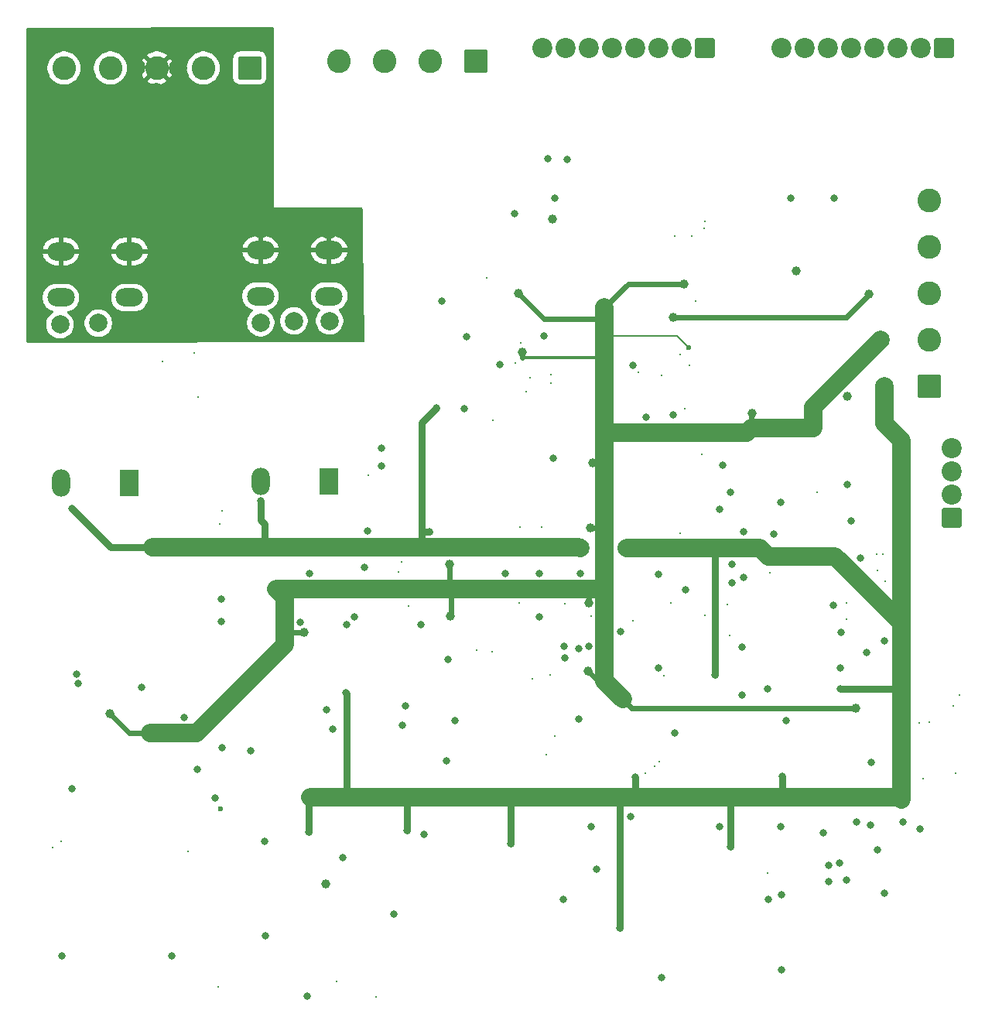
<source format=gbr>
%TF.GenerationSoftware,KiCad,Pcbnew,9.0.7-9.0.7~ubuntu24.04.1*%
%TF.CreationDate,2026-01-30T18:11:09-03:00*%
%TF.ProjectId,Main board,4d61696e-2062-46f6-9172-642e6b696361,1*%
%TF.SameCoordinates,Original*%
%TF.FileFunction,Copper,L3,Inr*%
%TF.FilePolarity,Positive*%
%FSLAX46Y46*%
G04 Gerber Fmt 4.6, Leading zero omitted, Abs format (unit mm)*
G04 Created by KiCad (PCBNEW 9.0.7-9.0.7~ubuntu24.04.1) date 2026-01-30 18:11:09*
%MOMM*%
%LPD*%
G01*
G04 APERTURE LIST*
G04 Aperture macros list*
%AMRoundRect*
0 Rectangle with rounded corners*
0 $1 Rounding radius*
0 $2 $3 $4 $5 $6 $7 $8 $9 X,Y pos of 4 corners*
0 Add a 4 corners polygon primitive as box body*
4,1,4,$2,$3,$4,$5,$6,$7,$8,$9,$2,$3,0*
0 Add four circle primitives for the rounded corners*
1,1,$1+$1,$2,$3*
1,1,$1+$1,$4,$5*
1,1,$1+$1,$6,$7*
1,1,$1+$1,$8,$9*
0 Add four rect primitives between the rounded corners*
20,1,$1+$1,$2,$3,$4,$5,0*
20,1,$1+$1,$4,$5,$6,$7,0*
20,1,$1+$1,$6,$7,$8,$9,0*
20,1,$1+$1,$8,$9,$2,$3,0*%
G04 Aperture macros list end*
%TA.AperFunction,ComponentPad*%
%ADD10O,3.000000X2.000000*%
%TD*%
%TA.AperFunction,ComponentPad*%
%ADD11R,2.000000X3.000000*%
%TD*%
%TA.AperFunction,ComponentPad*%
%ADD12O,2.000000X3.000000*%
%TD*%
%TA.AperFunction,ComponentPad*%
%ADD13RoundRect,0.249999X0.850001X0.850001X-0.850001X0.850001X-0.850001X-0.850001X0.850001X-0.850001X0*%
%TD*%
%TA.AperFunction,ComponentPad*%
%ADD14C,2.200000*%
%TD*%
%TA.AperFunction,ComponentPad*%
%ADD15RoundRect,0.249999X0.850001X-0.850001X0.850001X0.850001X-0.850001X0.850001X-0.850001X-0.850001X0*%
%TD*%
%TA.AperFunction,ComponentPad*%
%ADD16RoundRect,0.250000X1.050000X1.050000X-1.050000X1.050000X-1.050000X-1.050000X1.050000X-1.050000X0*%
%TD*%
%TA.AperFunction,ComponentPad*%
%ADD17C,2.600000*%
%TD*%
%TA.AperFunction,ComponentPad*%
%ADD18RoundRect,0.250000X1.050000X-1.050000X1.050000X1.050000X-1.050000X1.050000X-1.050000X-1.050000X0*%
%TD*%
%TA.AperFunction,ViaPad*%
%ADD19C,0.800000*%
%TD*%
%TA.AperFunction,ViaPad*%
%ADD20C,2.000000*%
%TD*%
%TA.AperFunction,ViaPad*%
%ADD21C,0.300000*%
%TD*%
%TA.AperFunction,ViaPad*%
%ADD22C,1.000000*%
%TD*%
%TA.AperFunction,ViaPad*%
%ADD23C,0.600000*%
%TD*%
%TA.AperFunction,Conductor*%
%ADD24C,2.000000*%
%TD*%
%TA.AperFunction,Conductor*%
%ADD25C,0.800000*%
%TD*%
%TA.AperFunction,Conductor*%
%ADD26C,0.300000*%
%TD*%
%TA.AperFunction,Conductor*%
%ADD27C,0.600000*%
%TD*%
%TA.AperFunction,Conductor*%
%ADD28C,0.200000*%
%TD*%
G04 APERTURE END LIST*
D10*
%TO.N,/power selector/P_SOLAR_I*%
%TO.C,K701*%
X56700000Y-65875000D03*
%TO.N,/power selector/P_MAIN_O*%
X56700000Y-60835000D03*
%TO.N,/power selector/P_SOLAR_I*%
X49200000Y-65875000D03*
%TO.N,/power selector/P_MAIN_O*%
X49200000Y-60835000D03*
D11*
%TO.N,/power selector/C_COIL_SOL*%
X56700000Y-86175000D03*
D12*
%TO.N,+9V*%
X49200000Y-86175000D03*
%TD*%
D13*
%TO.N,/solar array deployment/C_PANEL_CLOSE_BTN_I*%
%TO.C,J108*%
X97850000Y-38705000D03*
D14*
%TO.N,GND*%
X95310000Y-38705000D03*
%TO.N,/solar array deployment/C_PANEL_OPEEN_BTN_I*%
X92770000Y-38705000D03*
%TO.N,GND*%
X90230000Y-38705000D03*
%TO.N,/solar array verification/A_PANEL_CLOSE_SENSOR_I*%
X87690000Y-38705000D03*
%TO.N,GND*%
X85150000Y-38705000D03*
%TO.N,/solar array verification/A_PANEL_OPEN_SENSOR_I*%
X82610000Y-38705000D03*
%TO.N,GND*%
X80070000Y-38705000D03*
%TD*%
D13*
%TO.N,/active filter/A_LDR_N_I*%
%TO.C,J101*%
X123985000Y-38705000D03*
D14*
%TO.N,GND*%
X121445000Y-38705000D03*
%TO.N,/active filter/A_LDR_E_I*%
X118905000Y-38705000D03*
%TO.N,GND*%
X116365000Y-38705000D03*
%TO.N,/active filter/A_LDR_S_I*%
X113825000Y-38705000D03*
%TO.N,GND*%
X111285000Y-38705000D03*
%TO.N,/active filter/A_LDR_W_I*%
X108745000Y-38705000D03*
%TO.N,GND*%
X106205000Y-38705000D03*
%TD*%
D15*
%TO.N,/thermal control/A_HTAS_I*%
%TO.C,J109*%
X124783711Y-90151799D03*
D14*
%TO.N,GND*%
X124783711Y-87611799D03*
%TO.N,/thermal control/A_LTHC_I*%
X124783711Y-85071799D03*
%TO.N,GND*%
X124783711Y-82531799D03*
%TD*%
D10*
%TO.N,/power selector/P_BATTERY_I*%
%TO.C,K702*%
X34850000Y-66025000D03*
%TO.N,/power selector/P_MAIN_O*%
X34850000Y-60985000D03*
%TO.N,/power selector/P_BATTERY_I*%
X27350000Y-66025000D03*
%TO.N,/power selector/P_MAIN_O*%
X27350000Y-60985000D03*
D11*
%TO.N,/power selector/C_COIL_BATT*%
X34850000Y-86325000D03*
D12*
%TO.N,+9V*%
X27350000Y-86325000D03*
%TD*%
D16*
%TO.N,/thermal control/A_LTHC_O*%
%TO.C,J110*%
X72750000Y-40202500D03*
D17*
%TO.N,GND*%
X67750000Y-40202500D03*
%TO.N,/solar array deployment/S_SERVO_SIGNAL_O*%
X62750000Y-40202500D03*
%TO.N,GND*%
X57750000Y-40202500D03*
%TD*%
D18*
%TO.N,+9V*%
%TO.C,J103*%
X122350000Y-75725000D03*
D17*
%TO.N,+9VA*%
X122350000Y-70645000D03*
%TO.N,-9VA*%
X122350000Y-65565000D03*
%TO.N,GND*%
X122350000Y-60485000D03*
X122350000Y-55405000D03*
%TD*%
D16*
%TO.N,/power selector/P_SOLAR_I*%
%TO.C,J105*%
X48010000Y-40907500D03*
D17*
%TO.N,GND*%
X42930000Y-40907500D03*
%TO.N,/power selector/P_MAIN_O*%
X37850000Y-40907500D03*
%TO.N,GND*%
X32770000Y-40907500D03*
%TO.N,/power selector/P_BATTERY_I*%
X27690000Y-40907500D03*
%TD*%
D19*
%TO.N,+9V*%
X98950000Y-107325000D03*
D20*
X117450000Y-75725000D03*
D19*
X49250000Y-88275000D03*
X68450000Y-78075000D03*
X58500000Y-109225000D03*
X67700000Y-91675000D03*
X90200000Y-118475000D03*
X49650000Y-90775000D03*
X88500000Y-135025000D03*
X28550000Y-89075000D03*
X54500000Y-124525000D03*
X65250000Y-124325000D03*
X76550000Y-125775000D03*
X100600000Y-126075000D03*
X106300000Y-118375000D03*
X112650000Y-108825000D03*
D20*
X89250000Y-93426000D03*
X84150000Y-93425000D03*
D19*
%TO.N,/solar array verification/A_IN+_STP_CLS*%
X106142000Y-88425000D03*
X69700000Y-105575000D03*
%TO.N,/active filter/A_LDR_N_O*%
X29200000Y-108225000D03*
X79700000Y-96175000D03*
%TO.N,/active filter/A_LDR_E_O*%
X84209281Y-96175000D03*
X29065564Y-107209436D03*
%TO.N,/active filter/A_LDR_W_O*%
X53500000Y-101575000D03*
X88550000Y-102575000D03*
%TO.N,/active filter/A_IN-_W*%
X56400000Y-111125000D03*
X57100000Y-113201000D03*
%TO.N,/active filter/A_LDR_S_O*%
X58650000Y-101775000D03*
X79700000Y-100974000D03*
%TO.N,/thermal control/L_HTAS*%
X110750000Y-124575000D03*
X106700000Y-112275000D03*
%TO.N,/thermal control/A_HTAS_O*%
X112600000Y-106575000D03*
X111853000Y-99675000D03*
X115913186Y-123756814D03*
X81238652Y-83580000D03*
X102049000Y-91625000D03*
%TO.N,/thermal control/A_LTHC_O*%
X81400000Y-55175000D03*
X117500000Y-103544425D03*
X111950000Y-55175000D03*
X107200000Y-55175000D03*
X113375668Y-86457377D03*
%TO.N,/thermal control/L_LTHC*%
X115500000Y-104825000D03*
X121350000Y-124125000D03*
%TO.N,/solar eclipse/L_ECLIPSE*%
X86000000Y-128525000D03*
X70450000Y-112325000D03*
D21*
%TO.N,/solar eclipse/C_ECLIPSE_O*%
X125700000Y-109475000D03*
X92300000Y-117275000D03*
X78950000Y-107725000D03*
X80850000Y-107275000D03*
D19*
%TO.N,/solar eclipse/L_LIGHT_N*%
X94550000Y-113625000D03*
X89700000Y-122825000D03*
D21*
%TO.N,/solar eclipse/C_LIGHT_N_O*%
X125250000Y-118025000D03*
X91300000Y-118025000D03*
X77550000Y-91175000D03*
X79950000Y-91175000D03*
%TO.N,/solar eclipse/C_LIGHT_E_O*%
X121300000Y-112575000D03*
X95100000Y-91825000D03*
X121700000Y-118625000D03*
X104650000Y-128975000D03*
D19*
%TO.N,/solar eclipse/L_LIGHT_E*%
X104750000Y-131825000D03*
X104650000Y-108825000D03*
%TO.N,/solar eclipse/L_LIGHT_S*%
X65062500Y-110675000D03*
X93100000Y-140425000D03*
D21*
%TO.N,/solar eclipse/C_LIGHT_S_O*%
X92850000Y-116775000D03*
X82450000Y-99525000D03*
X125000000Y-110725000D03*
X77500000Y-99425000D03*
D19*
%TO.N,/solar eclipse/L_LIGHT_W*%
X64700000Y-112775000D03*
X82300000Y-131875000D03*
D21*
%TO.N,/solar eclipse/C_LIGHT_W_O*%
X89900000Y-101375000D03*
X85350000Y-100875000D03*
X80450000Y-116025000D03*
X122400000Y-112475000D03*
D22*
%TO.N,/solar array deployment/S_SERVO_SIGNAL_O*%
X81172860Y-57404222D03*
X107845000Y-63125000D03*
D19*
%TO.N,/solar array deployment/L_PANEL_OPEN*%
X48150000Y-115625000D03*
X49700000Y-135825000D03*
D21*
%TO.N,/solar array deployment/C_PANEL_OPEN_LATCH_O*%
X97850000Y-100775000D03*
X95100000Y-72275000D03*
X72800000Y-104575000D03*
X65350000Y-99775000D03*
X74550000Y-104775000D03*
X77100000Y-73225000D03*
X57500000Y-140825000D03*
X78250000Y-76325000D03*
X94050000Y-99475000D03*
D19*
%TO.N,/solar array deployment/L_PANEL_CLOSE*%
X69550000Y-116725000D03*
X63800000Y-133475000D03*
D21*
%TO.N,/solar array deployment/C_PANEL_CLOSE_LATCH_O*%
X100250000Y-99625000D03*
X81000000Y-74425000D03*
X110050000Y-87325000D03*
X93350000Y-107425000D03*
X93100000Y-74525000D03*
X81350000Y-113975000D03*
X90500000Y-74175000D03*
X113300000Y-101175000D03*
%TO.N,/solar array verification/C_TR_555*%
X64650000Y-94975000D03*
X77700000Y-71025000D03*
D19*
%TO.N,/solar array verification/A_STP_OPN_O*%
X91350000Y-79125000D03*
X54550000Y-96175000D03*
%TO.N,/solar array verification/L_ALARM*%
X54300000Y-142425000D03*
X44950000Y-115225000D03*
D21*
%TO.N,/solar array verification/C_PANEL_FAILURE_O*%
X97500000Y-83175000D03*
X117550000Y-97025000D03*
X61800000Y-142525000D03*
X95650000Y-78225000D03*
%TO.N,/power selector/C_SOLAR_SELECT*%
X117300000Y-94075000D03*
X73950000Y-63875000D03*
X61000000Y-85475000D03*
X42350000Y-76875000D03*
X44600000Y-141425000D03*
%TO.N,/power selector/C_BATT_SELECT*%
X44950000Y-89325000D03*
X116671418Y-95903583D03*
X44737500Y-90775000D03*
X27400000Y-125475000D03*
D19*
%TO.N,/active filter/A_LDR_S_I*%
X42300000Y-117675000D03*
%TO.N,/active filter/A_LDR_N_I*%
X36200000Y-108625000D03*
%TO.N,/active filter/A_LDR_W_I*%
X58150000Y-127275000D03*
%TO.N,/active filter/A_LDR_E_I*%
X40825000Y-111925000D03*
D21*
%TO.N,/solar array verification/C_PANEL_CLOSED_O*%
X116650000Y-94075000D03*
X78700000Y-74825000D03*
%TO.N,/solar array verification/C_PANEL_OPEN_O*%
X81000000Y-75425000D03*
X113300000Y-99475000D03*
X96350000Y-59275000D03*
X94550000Y-59275000D03*
D20*
%TO.N,/power selector/P_BATTERY_I*%
X31450000Y-68825000D03*
D21*
X41280331Y-126605331D03*
D20*
X27250000Y-68975000D03*
D21*
X38450000Y-73025000D03*
D20*
%TO.N,/power selector/P_MAIN_O*%
X52950000Y-58675000D03*
X31450000Y-58775000D03*
X40150000Y-40925000D03*
X56700000Y-58625000D03*
X35550000Y-40875000D03*
X37750000Y-43525000D03*
X27400000Y-58525000D03*
X49250000Y-58575000D03*
D21*
%TO.N,/power selector/P_SOLAR_I*%
X41900000Y-72075000D03*
D20*
X56750000Y-68575000D03*
X49200000Y-68775000D03*
X52850000Y-68575000D03*
D21*
X26400000Y-126175000D03*
D19*
%TO.N,/solar array verification/A_PANEL_CLOSE_SENSOR_I*%
X82750000Y-50925000D03*
X80200000Y-70225000D03*
D21*
%TO.N,/solar array deployment/C_PANEL_OPEEN_BTN_I*%
X104950000Y-96125000D03*
X97750000Y-58425000D03*
%TO.N,/solar array deployment/C_PANEL_CLOSE_BTN_I*%
X97850000Y-57725000D03*
X100500000Y-103025000D03*
D19*
%TO.N,/solar array verification/A_PANEL_OPEN_SENSOR_I*%
X76950000Y-56825000D03*
X80600000Y-50875000D03*
%TO.N,/solar array verification/A_RST_SET_2*%
X62450000Y-82475000D03*
X62400000Y-84475000D03*
D21*
%TO.N,/solar array verification/C_R_555*%
X74612500Y-79475000D03*
X64250000Y-96025000D03*
D19*
%TO.N,/thermal control/A_BIAS_LTHC_1*%
X116047849Y-116900000D03*
X119500000Y-123425000D03*
%TO.N,/solar array deployment/A_BASE_OPN*%
X100750000Y-95225000D03*
X100800000Y-97275000D03*
%TO.N,/solar array deployment/A_BASE_CLS*%
X95700000Y-97975000D03*
X99400000Y-89175000D03*
%TO.N,/thermal control/A_BIAS_LTHC_2*%
X116700000Y-126475000D03*
X114450000Y-123425000D03*
%TO.N,/thermal control/A_SETPOINT_LTHC*%
X117450000Y-131225000D03*
X102049000Y-96650000D03*
X100649441Y-87360000D03*
X112750000Y-102625000D03*
%TO.N,/solar eclipse/A_FEEDBACK_U403A*%
X92700000Y-106526000D03*
X82450000Y-105425000D03*
%TO.N,/thermal control/A_BIAS_HTAS_2*%
X113300000Y-129725000D03*
X112545604Y-127920604D03*
%TO.N,/thermal control/A_BIAS_HTAS_1*%
X111400000Y-128125000D03*
X111400000Y-129875000D03*
%TO.N,/solar array verification/A_IN-_ASL*%
X60550000Y-95525000D03*
X94350000Y-78825000D03*
X60900000Y-91525000D03*
X59456407Y-100975000D03*
%TO.N,/solar array verification/A_RST_SET_1*%
X75350000Y-73375000D03*
X71500000Y-78225000D03*
%TO.N,/solar array verification/A_IN-_STP_CLS*%
X114797793Y-94527207D03*
X105350000Y-91875000D03*
X113850000Y-90475000D03*
X66722549Y-101775000D03*
%TO.N,/power selector/A_SETPOINT_BATTERY*%
X71700000Y-70325000D03*
X49621469Y-125525000D03*
%TO.N,/solar eclipse/A_SETPOINT_LDR_N*%
X85350000Y-123925000D03*
X75950000Y-96175000D03*
X44900000Y-101425000D03*
X44900000Y-98975000D03*
%TO.N,/solar eclipse/A_SETPOINT_LDR_S*%
X82399000Y-104175000D03*
X84051000Y-112125000D03*
%TO.N,/solar eclipse/A_SETPOINT_LDR_W*%
X101850000Y-109475000D03*
X85150000Y-104175000D03*
X101850000Y-104275000D03*
X99400000Y-123925000D03*
D23*
%TO.N,/power selector/A_SETPOINT_SOLAR*%
X44850000Y-121975000D03*
D19*
X69050000Y-66425000D03*
D21*
%TO.N,/solar array deployment/C_PWM_FREQ_LEVEL*%
X96800000Y-66425000D03*
X96150000Y-73475000D03*
D19*
%TO.N,/thermal control/A_SETPOINT_HTAS*%
X99760666Y-84362500D03*
X84000000Y-104425000D03*
X106142000Y-123925000D03*
X92695524Y-96320524D03*
X106200000Y-131376000D03*
X106200000Y-139525000D03*
D22*
%TO.N,/solar array deployment/S_SERVO_PREFILTER_O*%
X56350000Y-130177000D03*
X113372793Y-76847793D03*
D19*
%TO.N,/solar array deployment/A_SETPOINT_CLOSE*%
X89900000Y-73425000D03*
X67100000Y-124725000D03*
%TO.N,/power selector/L_SOLAR_SELECT*%
X27450000Y-138025000D03*
X28600000Y-119775000D03*
%TO.N,/power selector/L_BATT_SELECT*%
X44200000Y-120775000D03*
X39450000Y-138075000D03*
D22*
%TO.N,+9VA*%
X69913513Y-95225000D03*
X95550000Y-64525000D03*
X114350000Y-110925000D03*
X85250000Y-91225000D03*
X102950000Y-78675000D03*
X77450000Y-65575000D03*
X54000000Y-102675000D03*
X32700000Y-111525000D03*
X85139063Y-99468500D03*
D20*
X117050000Y-70625000D03*
D22*
X70000000Y-100875000D03*
X85500000Y-84075000D03*
X77800000Y-72025000D03*
D23*
X96050000Y-71475000D03*
D22*
X85000000Y-106875000D03*
%TO.N,-9VA*%
X94350000Y-68175000D03*
X115800000Y-65675000D03*
%TD*%
D24*
%TO.N,+9V*%
X99000000Y-93425000D02*
X103850000Y-93425000D01*
X49650000Y-93325000D02*
X37400000Y-93325000D01*
X112050000Y-94325000D02*
X104750000Y-94325000D01*
X119050000Y-120725000D02*
X106300000Y-120725000D01*
D25*
X67700000Y-91675000D02*
X67050000Y-91675000D01*
X58650000Y-109375000D02*
X58650000Y-120725000D01*
X98950000Y-93475000D02*
X99000000Y-93425000D01*
X90200000Y-120575000D02*
X90350000Y-120725000D01*
X76550000Y-125775000D02*
X76550000Y-120775000D01*
D24*
X119300000Y-101575000D02*
X119300000Y-108825000D01*
X89251000Y-93425000D02*
X89250000Y-93426000D01*
D25*
X100600000Y-126075000D02*
X100600000Y-120825000D01*
D24*
X119300000Y-108825000D02*
X119300000Y-120975000D01*
D25*
X106300000Y-118375000D02*
X106300000Y-120725000D01*
X28550000Y-89075000D02*
X32800000Y-93325000D01*
D24*
X70900000Y-93325000D02*
X66850000Y-93325000D01*
D25*
X68450000Y-78075000D02*
X66850000Y-79675000D01*
D24*
X88550000Y-120725000D02*
X76500000Y-120725000D01*
D25*
X100600000Y-120825000D02*
X100700000Y-120725000D01*
D24*
X76500000Y-120725000D02*
X65250000Y-120725000D01*
D25*
X54500000Y-124525000D02*
X54500000Y-120875000D01*
X88500000Y-120775000D02*
X88550000Y-120725000D01*
D24*
X89251000Y-93425000D02*
X99000000Y-93425000D01*
X84050000Y-93325000D02*
X84150000Y-93425000D01*
D25*
X49250000Y-90375000D02*
X49650000Y-90775000D01*
D24*
X106300000Y-120725000D02*
X100700000Y-120725000D01*
X62050000Y-120725000D02*
X58650000Y-120725000D01*
X119300000Y-101575000D02*
X119300000Y-81675000D01*
X58650000Y-120725000D02*
X54650000Y-120725000D01*
X100700000Y-120725000D02*
X90350000Y-120725000D01*
D25*
X76550000Y-120775000D02*
X76500000Y-120725000D01*
D24*
X70900000Y-93325000D02*
X84050000Y-93325000D01*
X90350000Y-120725000D02*
X88550000Y-120725000D01*
D25*
X65250000Y-124325000D02*
X65250000Y-120725000D01*
D24*
X112050000Y-94325000D02*
X119300000Y-101575000D01*
X119300000Y-81675000D02*
X117450000Y-79825000D01*
D25*
X67050000Y-91675000D02*
X66850000Y-91475000D01*
X54500000Y-120875000D02*
X54650000Y-120725000D01*
D24*
X104750000Y-94325000D02*
X103850000Y-93425000D01*
X65250000Y-120725000D02*
X62050000Y-120725000D01*
D25*
X112650000Y-108825000D02*
X119300000Y-108825000D01*
X88500000Y-135025000D02*
X88500000Y-120775000D01*
X32800000Y-93325000D02*
X37400000Y-93325000D01*
X49650000Y-90775000D02*
X49650000Y-93325000D01*
X49250000Y-88275000D02*
X49250000Y-90375000D01*
X66850000Y-79675000D02*
X66850000Y-91475000D01*
D24*
X66850000Y-93325000D02*
X49650000Y-93325000D01*
D25*
X98950000Y-107325000D02*
X98950000Y-93475000D01*
X90200000Y-118475000D02*
X90200000Y-120575000D01*
D24*
X117450000Y-75725000D02*
X117450000Y-79825000D01*
D25*
X66850000Y-91475000D02*
X66850000Y-93325000D01*
X58500000Y-109225000D02*
X58650000Y-109375000D01*
D24*
X119300000Y-120975000D02*
X119050000Y-120725000D01*
D26*
%TO.N,+9VA*%
X77800000Y-72575000D02*
X86800000Y-72575000D01*
D24*
X86850000Y-80825000D02*
X86850000Y-84075000D01*
X85150000Y-97875000D02*
X86850000Y-97875000D01*
X86850000Y-99425000D02*
X86850000Y-107975000D01*
X86850000Y-72625000D02*
X86850000Y-70225000D01*
D27*
X102900000Y-78725000D02*
X102900000Y-80275000D01*
X89800000Y-110925000D02*
X88850000Y-109975000D01*
X32700000Y-111525000D02*
X34800000Y-113625000D01*
X70050000Y-100825000D02*
X70050000Y-97875000D01*
X70000000Y-100875000D02*
X70050000Y-100825000D01*
D28*
X86851000Y-70224000D02*
X86850000Y-70225000D01*
D24*
X117050000Y-70625000D02*
X109700000Y-77975000D01*
X86850000Y-68325000D02*
X86850000Y-67125000D01*
D27*
X85139063Y-99468500D02*
X85139063Y-97885937D01*
X77800000Y-72575000D02*
X77800000Y-72025000D01*
D24*
X86850000Y-76725000D02*
X86850000Y-72625000D01*
D28*
X94799000Y-70224000D02*
X86851000Y-70224000D01*
D24*
X70050000Y-97875000D02*
X85150000Y-97875000D01*
D27*
X85000000Y-106875000D02*
X86100000Y-107975000D01*
X85250000Y-91225000D02*
X86550000Y-91225000D01*
D24*
X50950000Y-97875000D02*
X51800000Y-98725000D01*
X102900000Y-80275000D02*
X109700000Y-80275000D01*
X42200000Y-113625000D02*
X37100000Y-113625000D01*
X86850000Y-84075000D02*
X86850000Y-91525000D01*
X51800000Y-102725000D02*
X51800000Y-104025000D01*
X86850000Y-107975000D02*
X88850000Y-109975000D01*
D27*
X114350000Y-110925000D02*
X89800000Y-110925000D01*
D26*
X86800000Y-72575000D02*
X86850000Y-72625000D01*
D27*
X95550000Y-64525000D02*
X89450000Y-64525000D01*
X85500000Y-84075000D02*
X86850000Y-84075000D01*
X69913513Y-97738513D02*
X70050000Y-97875000D01*
D24*
X102900000Y-80275000D02*
X102350000Y-80825000D01*
X86850000Y-97875000D02*
X86850000Y-99425000D01*
X86850000Y-91525000D02*
X86850000Y-97875000D01*
D27*
X34800000Y-113625000D02*
X37100000Y-113625000D01*
D24*
X50950000Y-97875000D02*
X70050000Y-97875000D01*
D27*
X86100000Y-107975000D02*
X86850000Y-107975000D01*
X51850000Y-102675000D02*
X51800000Y-102725000D01*
X77450000Y-65575000D02*
X80200000Y-68325000D01*
D24*
X51800000Y-104025000D02*
X42200000Y-113625000D01*
X51800000Y-98725000D02*
X51800000Y-102725000D01*
X102350000Y-80825000D02*
X86850000Y-80825000D01*
X86850000Y-70225000D02*
X86850000Y-68325000D01*
D27*
X54000000Y-102675000D02*
X51850000Y-102675000D01*
X85139063Y-97885937D02*
X85150000Y-97875000D01*
D28*
X96050000Y-71475000D02*
X94799000Y-70224000D01*
D24*
X86850000Y-76725000D02*
X86850000Y-80825000D01*
D27*
X89450000Y-64525000D02*
X86850000Y-67125000D01*
D24*
X109700000Y-77975000D02*
X109700000Y-80275000D01*
D27*
X86550000Y-91225000D02*
X86850000Y-91525000D01*
X69913513Y-95225000D02*
X69913513Y-97738513D01*
X80200000Y-68325000D02*
X86850000Y-68325000D01*
X102950000Y-78675000D02*
X102900000Y-78725000D01*
%TO.N,-9VA*%
X115800000Y-65675000D02*
X113300000Y-68175000D01*
X113300000Y-68175000D02*
X94350000Y-68175000D01*
%TD*%
%TA.AperFunction,Conductor*%
%TO.N,/power selector/P_MAIN_O*%
G36*
X50592654Y-36444896D02*
G01*
X50638604Y-36497531D01*
X50650000Y-36549458D01*
X50650000Y-56175000D01*
X60228091Y-56175000D01*
X60295130Y-56194685D01*
X60340885Y-56247489D01*
X60352072Y-56296890D01*
X60404370Y-59371934D01*
X60597861Y-70749230D01*
X60579319Y-70816595D01*
X60527301Y-70863241D01*
X60474214Y-70875339D01*
X23724154Y-70974664D01*
X23657062Y-70955160D01*
X23611164Y-70902480D01*
X23599819Y-70850847D01*
X23592643Y-65906902D01*
X25349500Y-65906902D01*
X25349500Y-66143097D01*
X25386446Y-66376368D01*
X25459433Y-66600996D01*
X25566657Y-66811433D01*
X25705483Y-67002510D01*
X25872490Y-67169517D01*
X26063567Y-67308343D01*
X26274008Y-67415568D01*
X26405465Y-67458281D01*
X26436497Y-67468364D01*
X26494173Y-67507802D01*
X26521371Y-67572160D01*
X26509456Y-67641007D01*
X26466803Y-67687822D01*
X26467509Y-67688793D01*
X26463567Y-67691656D01*
X26463567Y-67691657D01*
X26272490Y-67830483D01*
X26272488Y-67830485D01*
X26272487Y-67830485D01*
X26105485Y-67997487D01*
X26105485Y-67997488D01*
X26105483Y-67997490D01*
X26075639Y-68038567D01*
X25966657Y-68188566D01*
X25859433Y-68399003D01*
X25786446Y-68623631D01*
X25749500Y-68856902D01*
X25749500Y-69093097D01*
X25786446Y-69326368D01*
X25859433Y-69550996D01*
X25966657Y-69761433D01*
X26105483Y-69952510D01*
X26272490Y-70119517D01*
X26463567Y-70258343D01*
X26562991Y-70309002D01*
X26674003Y-70365566D01*
X26674005Y-70365566D01*
X26674008Y-70365568D01*
X26794412Y-70404689D01*
X26898631Y-70438553D01*
X27131903Y-70475500D01*
X27131908Y-70475500D01*
X27368097Y-70475500D01*
X27601368Y-70438553D01*
X27825992Y-70365568D01*
X28036433Y-70258343D01*
X28227510Y-70119517D01*
X28394517Y-69952510D01*
X28533343Y-69761433D01*
X28640568Y-69550992D01*
X28713553Y-69326368D01*
X28750500Y-69093097D01*
X28750500Y-68856902D01*
X28729044Y-68721434D01*
X28726742Y-68706902D01*
X29949500Y-68706902D01*
X29949500Y-68943097D01*
X29986446Y-69176368D01*
X30059433Y-69400996D01*
X30166657Y-69611433D01*
X30305483Y-69802510D01*
X30472490Y-69969517D01*
X30663567Y-70108343D01*
X30762991Y-70159002D01*
X30874003Y-70215566D01*
X30874005Y-70215566D01*
X30874008Y-70215568D01*
X30994412Y-70254689D01*
X31098631Y-70288553D01*
X31331903Y-70325500D01*
X31331908Y-70325500D01*
X31568097Y-70325500D01*
X31801368Y-70288553D01*
X32025992Y-70215568D01*
X32236433Y-70108343D01*
X32427510Y-69969517D01*
X32594517Y-69802510D01*
X32733343Y-69611433D01*
X32840568Y-69400992D01*
X32913553Y-69176368D01*
X32950500Y-68943097D01*
X32950500Y-68706902D01*
X32913553Y-68473631D01*
X32840566Y-68249003D01*
X32733342Y-68038566D01*
X32594517Y-67847490D01*
X32427510Y-67680483D01*
X32236433Y-67541657D01*
X32025996Y-67434433D01*
X31801368Y-67361446D01*
X31568097Y-67324500D01*
X31568092Y-67324500D01*
X31331908Y-67324500D01*
X31331903Y-67324500D01*
X31098631Y-67361446D01*
X30874003Y-67434433D01*
X30663566Y-67541657D01*
X30586718Y-67597491D01*
X30472490Y-67680483D01*
X30472488Y-67680485D01*
X30472487Y-67680485D01*
X30305485Y-67847487D01*
X30305485Y-67847488D01*
X30305483Y-67847490D01*
X30245862Y-67929550D01*
X30166657Y-68038566D01*
X30059433Y-68249003D01*
X29986446Y-68473631D01*
X29949500Y-68706902D01*
X28726742Y-68706902D01*
X28718822Y-68656902D01*
X28713553Y-68623632D01*
X28640568Y-68399008D01*
X28640566Y-68399005D01*
X28640566Y-68399003D01*
X28564139Y-68249008D01*
X28533343Y-68188567D01*
X28394517Y-67997490D01*
X28227510Y-67830483D01*
X28078626Y-67722312D01*
X28035961Y-67666982D01*
X28029982Y-67597368D01*
X28062588Y-67535573D01*
X28123427Y-67501216D01*
X28132079Y-67499527D01*
X28201368Y-67488553D01*
X28425992Y-67415568D01*
X28636433Y-67308343D01*
X28827510Y-67169517D01*
X28994517Y-67002510D01*
X29133343Y-66811433D01*
X29240568Y-66600992D01*
X29313553Y-66376368D01*
X29350500Y-66143097D01*
X29350500Y-65906902D01*
X32849500Y-65906902D01*
X32849500Y-66143097D01*
X32886446Y-66376368D01*
X32959433Y-66600996D01*
X33066657Y-66811433D01*
X33205483Y-67002510D01*
X33372490Y-67169517D01*
X33563567Y-67308343D01*
X33635717Y-67345105D01*
X33774003Y-67415566D01*
X33774005Y-67415566D01*
X33774008Y-67415568D01*
X33887790Y-67452538D01*
X33998631Y-67488553D01*
X34231903Y-67525500D01*
X34231908Y-67525500D01*
X35468097Y-67525500D01*
X35701368Y-67488553D01*
X35763503Y-67468364D01*
X35925992Y-67415568D01*
X36136433Y-67308343D01*
X36327510Y-67169517D01*
X36494517Y-67002510D01*
X36633343Y-66811433D01*
X36740568Y-66600992D01*
X36813553Y-66376368D01*
X36850500Y-66143097D01*
X36850500Y-65906902D01*
X36829044Y-65771434D01*
X36826742Y-65756902D01*
X47199500Y-65756902D01*
X47199500Y-65993097D01*
X47236446Y-66226368D01*
X47309433Y-66450996D01*
X47385863Y-66600996D01*
X47416657Y-66661433D01*
X47555483Y-66852510D01*
X47722490Y-67019517D01*
X47913567Y-67158343D01*
X47964770Y-67184432D01*
X48124003Y-67265566D01*
X48124005Y-67265566D01*
X48124008Y-67265568D01*
X48307659Y-67325240D01*
X48365334Y-67364678D01*
X48392532Y-67429037D01*
X48380617Y-67497883D01*
X48342226Y-67543489D01*
X48222488Y-67630484D01*
X48055485Y-67797487D01*
X48055485Y-67797488D01*
X48055483Y-67797490D01*
X48031512Y-67830483D01*
X47916657Y-67988566D01*
X47809433Y-68199003D01*
X47736446Y-68423631D01*
X47699500Y-68656902D01*
X47699500Y-68893097D01*
X47736446Y-69126368D01*
X47809433Y-69350996D01*
X47916657Y-69561433D01*
X48055483Y-69752510D01*
X48222490Y-69919517D01*
X48413567Y-70058343D01*
X48447240Y-70075500D01*
X48624003Y-70165566D01*
X48624005Y-70165566D01*
X48624008Y-70165568D01*
X48744412Y-70204689D01*
X48848631Y-70238553D01*
X49081903Y-70275500D01*
X49081908Y-70275500D01*
X49318097Y-70275500D01*
X49551368Y-70238553D01*
X49622114Y-70215566D01*
X49775992Y-70165568D01*
X49986433Y-70058343D01*
X50177510Y-69919517D01*
X50344517Y-69752510D01*
X50483343Y-69561433D01*
X50590568Y-69350992D01*
X50663553Y-69126368D01*
X50668823Y-69093092D01*
X50700500Y-68893097D01*
X50700500Y-68656902D01*
X50671124Y-68471434D01*
X50671124Y-68471433D01*
X50668822Y-68456902D01*
X51349500Y-68456902D01*
X51349500Y-68693097D01*
X51386446Y-68926368D01*
X51459433Y-69150996D01*
X51548790Y-69326368D01*
X51566657Y-69361433D01*
X51705483Y-69552510D01*
X51872490Y-69719517D01*
X52063567Y-69858343D01*
X52162991Y-69909002D01*
X52274003Y-69965566D01*
X52274005Y-69965566D01*
X52274008Y-69965568D01*
X52394412Y-70004689D01*
X52498631Y-70038553D01*
X52731903Y-70075500D01*
X52731908Y-70075500D01*
X52968097Y-70075500D01*
X53201368Y-70038553D01*
X53425992Y-69965568D01*
X53636433Y-69858343D01*
X53827510Y-69719517D01*
X53994517Y-69552510D01*
X54133343Y-69361433D01*
X54240568Y-69150992D01*
X54313553Y-68926368D01*
X54318823Y-68893092D01*
X54350500Y-68693097D01*
X54350500Y-68456902D01*
X54313553Y-68223631D01*
X54279689Y-68119412D01*
X54240568Y-67999008D01*
X54240566Y-67999005D01*
X54240566Y-67999003D01*
X54133342Y-67788566D01*
X53994517Y-67597490D01*
X53827510Y-67430483D01*
X53636433Y-67291657D01*
X53596545Y-67271333D01*
X53425996Y-67184433D01*
X53201368Y-67111446D01*
X52968097Y-67074500D01*
X52968092Y-67074500D01*
X52731908Y-67074500D01*
X52731903Y-67074500D01*
X52498631Y-67111446D01*
X52274003Y-67184433D01*
X52063566Y-67291657D01*
X51954550Y-67370862D01*
X51872490Y-67430483D01*
X51872488Y-67430485D01*
X51872487Y-67430485D01*
X51705485Y-67597487D01*
X51705485Y-67597488D01*
X51705483Y-67597490D01*
X51681511Y-67630485D01*
X51566657Y-67788566D01*
X51459433Y-67999003D01*
X51386446Y-68223631D01*
X51349500Y-68456902D01*
X50668822Y-68456902D01*
X50663553Y-68423632D01*
X50663553Y-68423631D01*
X50598569Y-68223632D01*
X50590568Y-68199008D01*
X50590566Y-68199005D01*
X50590566Y-68199003D01*
X50483342Y-67988566D01*
X50344517Y-67797490D01*
X50177510Y-67630483D01*
X50057772Y-67543488D01*
X50015108Y-67488159D01*
X50009129Y-67418545D01*
X50041735Y-67356750D01*
X50092341Y-67325240D01*
X50275992Y-67265568D01*
X50486433Y-67158343D01*
X50677510Y-67019517D01*
X50844517Y-66852510D01*
X50983343Y-66661433D01*
X51090568Y-66450992D01*
X51163553Y-66226368D01*
X51176743Y-66143092D01*
X51200500Y-65993097D01*
X51200500Y-65756902D01*
X54699500Y-65756902D01*
X54699500Y-65993097D01*
X54736446Y-66226368D01*
X54809433Y-66450996D01*
X54885863Y-66600996D01*
X54916657Y-66661433D01*
X55055483Y-66852510D01*
X55222490Y-67019517D01*
X55413567Y-67158343D01*
X55464770Y-67184432D01*
X55624003Y-67265566D01*
X55624005Y-67265566D01*
X55624008Y-67265568D01*
X55668104Y-67279895D01*
X55725778Y-67319333D01*
X55752976Y-67383692D01*
X55741061Y-67452538D01*
X55717466Y-67485507D01*
X55605482Y-67597491D01*
X55466657Y-67788566D01*
X55359433Y-67999003D01*
X55286446Y-68223631D01*
X55249500Y-68456902D01*
X55249500Y-68693097D01*
X55286446Y-68926368D01*
X55359433Y-69150996D01*
X55448790Y-69326368D01*
X55466657Y-69361433D01*
X55605483Y-69552510D01*
X55772490Y-69719517D01*
X55963567Y-69858343D01*
X56062991Y-69909002D01*
X56174003Y-69965566D01*
X56174005Y-69965566D01*
X56174008Y-69965568D01*
X56294412Y-70004689D01*
X56398631Y-70038553D01*
X56631903Y-70075500D01*
X56631908Y-70075500D01*
X56868097Y-70075500D01*
X57101368Y-70038553D01*
X57325992Y-69965568D01*
X57536433Y-69858343D01*
X57727510Y-69719517D01*
X57894517Y-69552510D01*
X58033343Y-69361433D01*
X58140568Y-69150992D01*
X58213553Y-68926368D01*
X58218823Y-68893092D01*
X58250500Y-68693097D01*
X58250500Y-68456902D01*
X58213553Y-68223631D01*
X58179689Y-68119412D01*
X58140568Y-67999008D01*
X58140566Y-67999005D01*
X58140566Y-67999003D01*
X58033342Y-67788566D01*
X57894517Y-67597490D01*
X57755308Y-67458281D01*
X57721823Y-67396958D01*
X57726807Y-67327266D01*
X57768679Y-67271333D01*
X57786694Y-67260115D01*
X57986433Y-67158343D01*
X58177510Y-67019517D01*
X58344517Y-66852510D01*
X58483343Y-66661433D01*
X58590568Y-66450992D01*
X58663553Y-66226368D01*
X58676743Y-66143092D01*
X58700500Y-65993097D01*
X58700500Y-65756902D01*
X58663553Y-65523631D01*
X58590566Y-65299003D01*
X58483342Y-65088566D01*
X58344517Y-64897490D01*
X58177510Y-64730483D01*
X57986433Y-64591657D01*
X57927141Y-64561446D01*
X57775996Y-64484433D01*
X57551368Y-64411446D01*
X57318097Y-64374500D01*
X57318092Y-64374500D01*
X56081908Y-64374500D01*
X56081903Y-64374500D01*
X55848631Y-64411446D01*
X55624003Y-64484433D01*
X55413566Y-64591657D01*
X55354692Y-64634432D01*
X55222490Y-64730483D01*
X55222488Y-64730485D01*
X55222487Y-64730485D01*
X55055485Y-64897487D01*
X55055485Y-64897488D01*
X55055483Y-64897490D01*
X54995862Y-64979550D01*
X54916657Y-65088566D01*
X54809433Y-65299003D01*
X54736446Y-65523631D01*
X54699500Y-65756902D01*
X51200500Y-65756902D01*
X51163553Y-65523631D01*
X51090566Y-65299003D01*
X50983342Y-65088566D01*
X50844517Y-64897490D01*
X50677510Y-64730483D01*
X50486433Y-64591657D01*
X50427141Y-64561446D01*
X50275996Y-64484433D01*
X50051368Y-64411446D01*
X49818097Y-64374500D01*
X49818092Y-64374500D01*
X48581908Y-64374500D01*
X48581903Y-64374500D01*
X48348631Y-64411446D01*
X48124003Y-64484433D01*
X47913566Y-64591657D01*
X47854692Y-64634432D01*
X47722490Y-64730483D01*
X47722488Y-64730485D01*
X47722487Y-64730485D01*
X47555485Y-64897487D01*
X47555485Y-64897488D01*
X47555483Y-64897490D01*
X47495862Y-64979550D01*
X47416657Y-65088566D01*
X47309433Y-65299003D01*
X47236446Y-65523631D01*
X47199500Y-65756902D01*
X36826742Y-65756902D01*
X36820659Y-65718500D01*
X36813553Y-65673632D01*
X36740568Y-65449008D01*
X36740566Y-65449005D01*
X36740566Y-65449003D01*
X36664139Y-65299008D01*
X36633343Y-65238567D01*
X36494517Y-65047490D01*
X36327510Y-64880483D01*
X36136433Y-64741657D01*
X36114503Y-64730483D01*
X35925996Y-64634433D01*
X35701368Y-64561446D01*
X35468097Y-64524500D01*
X35468092Y-64524500D01*
X34231908Y-64524500D01*
X34231903Y-64524500D01*
X33998631Y-64561446D01*
X33774003Y-64634433D01*
X33563566Y-64741657D01*
X33454550Y-64820862D01*
X33372490Y-64880483D01*
X33372488Y-64880485D01*
X33372487Y-64880485D01*
X33205485Y-65047487D01*
X33205485Y-65047488D01*
X33205483Y-65047490D01*
X33175639Y-65088567D01*
X33066657Y-65238566D01*
X32959433Y-65449003D01*
X32886446Y-65673631D01*
X32849500Y-65906902D01*
X29350500Y-65906902D01*
X29313553Y-65673631D01*
X29264815Y-65523632D01*
X29240568Y-65449008D01*
X29240566Y-65449005D01*
X29240566Y-65449003D01*
X29164139Y-65299008D01*
X29133343Y-65238567D01*
X28994517Y-65047490D01*
X28827510Y-64880483D01*
X28636433Y-64741657D01*
X28614503Y-64730483D01*
X28425996Y-64634433D01*
X28201368Y-64561446D01*
X27968097Y-64524500D01*
X27968092Y-64524500D01*
X26731908Y-64524500D01*
X26731903Y-64524500D01*
X26498631Y-64561446D01*
X26274003Y-64634433D01*
X26063566Y-64741657D01*
X25954550Y-64820862D01*
X25872490Y-64880483D01*
X25872488Y-64880485D01*
X25872487Y-64880485D01*
X25705485Y-65047487D01*
X25705485Y-65047488D01*
X25705483Y-65047490D01*
X25675639Y-65088567D01*
X25566657Y-65238566D01*
X25459433Y-65449003D01*
X25386446Y-65673631D01*
X25349500Y-65906902D01*
X23592643Y-65906902D01*
X23585137Y-60735000D01*
X25370898Y-60735000D01*
X26749999Y-60735000D01*
X26724979Y-60795402D01*
X26700000Y-60920981D01*
X26700000Y-61049019D01*
X26724979Y-61174598D01*
X26749999Y-61235000D01*
X25370898Y-61235000D01*
X25386934Y-61336247D01*
X25459897Y-61560802D01*
X25567085Y-61771171D01*
X25705866Y-61962186D01*
X25872813Y-62129133D01*
X26063828Y-62267914D01*
X26274197Y-62375102D01*
X26498752Y-62448065D01*
X26498751Y-62448065D01*
X26731948Y-62485000D01*
X27100000Y-62485000D01*
X27100000Y-61585001D01*
X27160402Y-61610021D01*
X27285981Y-61635000D01*
X27414019Y-61635000D01*
X27539598Y-61610021D01*
X27600000Y-61585001D01*
X27600000Y-62485000D01*
X27968052Y-62485000D01*
X28201247Y-62448065D01*
X28425802Y-62375102D01*
X28636171Y-62267914D01*
X28827186Y-62129133D01*
X28994133Y-61962186D01*
X29132914Y-61771171D01*
X29240102Y-61560802D01*
X29313065Y-61336247D01*
X29329102Y-61235000D01*
X27950001Y-61235000D01*
X27975021Y-61174598D01*
X28000000Y-61049019D01*
X28000000Y-60920981D01*
X27975021Y-60795402D01*
X27950001Y-60735000D01*
X29329102Y-60735000D01*
X32870898Y-60735000D01*
X34249999Y-60735000D01*
X34224979Y-60795402D01*
X34200000Y-60920981D01*
X34200000Y-61049019D01*
X34224979Y-61174598D01*
X34249999Y-61235000D01*
X32870898Y-61235000D01*
X32886934Y-61336247D01*
X32959897Y-61560802D01*
X33067085Y-61771171D01*
X33205866Y-61962186D01*
X33372813Y-62129133D01*
X33563828Y-62267914D01*
X33774197Y-62375102D01*
X33998752Y-62448065D01*
X33998751Y-62448065D01*
X34231948Y-62485000D01*
X34600000Y-62485000D01*
X34600000Y-61585001D01*
X34660402Y-61610021D01*
X34785981Y-61635000D01*
X34914019Y-61635000D01*
X35039598Y-61610021D01*
X35100000Y-61585001D01*
X35100000Y-62485000D01*
X35468052Y-62485000D01*
X35701247Y-62448065D01*
X35925802Y-62375102D01*
X36136171Y-62267914D01*
X36327186Y-62129133D01*
X36494133Y-61962186D01*
X36632914Y-61771171D01*
X36740102Y-61560802D01*
X36813065Y-61336247D01*
X36829102Y-61235000D01*
X35450001Y-61235000D01*
X35475021Y-61174598D01*
X35500000Y-61049019D01*
X35500000Y-60920981D01*
X35475021Y-60795402D01*
X35450001Y-60735000D01*
X36829102Y-60735000D01*
X36814288Y-60641469D01*
X36814287Y-60641465D01*
X36813064Y-60633749D01*
X36797224Y-60585000D01*
X47220898Y-60585000D01*
X48599999Y-60585000D01*
X48574979Y-60645402D01*
X48550000Y-60770981D01*
X48550000Y-60899019D01*
X48574979Y-61024598D01*
X48599999Y-61085000D01*
X47220898Y-61085000D01*
X47236934Y-61186247D01*
X47309897Y-61410802D01*
X47417085Y-61621171D01*
X47555866Y-61812186D01*
X47722813Y-61979133D01*
X47913828Y-62117914D01*
X48124197Y-62225102D01*
X48348752Y-62298065D01*
X48348751Y-62298065D01*
X48581948Y-62335000D01*
X48950000Y-62335000D01*
X48950000Y-61435001D01*
X49010402Y-61460021D01*
X49135981Y-61485000D01*
X49264019Y-61485000D01*
X49389598Y-61460021D01*
X49450000Y-61435001D01*
X49450000Y-62335000D01*
X49818052Y-62335000D01*
X50051247Y-62298065D01*
X50275802Y-62225102D01*
X50486171Y-62117914D01*
X50677186Y-61979133D01*
X50844133Y-61812186D01*
X50982914Y-61621171D01*
X51090102Y-61410802D01*
X51163065Y-61186247D01*
X51179102Y-61085000D01*
X49800001Y-61085000D01*
X49825021Y-61024598D01*
X49850000Y-60899019D01*
X49850000Y-60770981D01*
X49825021Y-60645402D01*
X49800001Y-60585000D01*
X51179102Y-60585000D01*
X54720898Y-60585000D01*
X56099999Y-60585000D01*
X56074979Y-60645402D01*
X56050000Y-60770981D01*
X56050000Y-60899019D01*
X56074979Y-61024598D01*
X56099999Y-61085000D01*
X54720898Y-61085000D01*
X54736934Y-61186247D01*
X54809897Y-61410802D01*
X54917085Y-61621171D01*
X55055866Y-61812186D01*
X55222813Y-61979133D01*
X55413828Y-62117914D01*
X55624197Y-62225102D01*
X55848752Y-62298065D01*
X55848751Y-62298065D01*
X56081948Y-62335000D01*
X56450000Y-62335000D01*
X56450000Y-61435001D01*
X56510402Y-61460021D01*
X56635981Y-61485000D01*
X56764019Y-61485000D01*
X56889598Y-61460021D01*
X56950000Y-61435001D01*
X56950000Y-62335000D01*
X57318052Y-62335000D01*
X57551247Y-62298065D01*
X57775802Y-62225102D01*
X57986171Y-62117914D01*
X58177186Y-61979133D01*
X58344133Y-61812186D01*
X58482914Y-61621171D01*
X58590102Y-61410802D01*
X58663065Y-61186247D01*
X58679102Y-61085000D01*
X57300001Y-61085000D01*
X57325021Y-61024598D01*
X57350000Y-60899019D01*
X57350000Y-60770981D01*
X57325021Y-60645402D01*
X57300001Y-60585000D01*
X58679102Y-60585000D01*
X58663065Y-60483752D01*
X58590102Y-60259197D01*
X58482914Y-60048828D01*
X58344133Y-59857813D01*
X58177186Y-59690866D01*
X57986171Y-59552085D01*
X57775802Y-59444897D01*
X57551247Y-59371934D01*
X57551248Y-59371934D01*
X57318052Y-59335000D01*
X56950000Y-59335000D01*
X56950000Y-60234998D01*
X56889598Y-60209979D01*
X56764019Y-60185000D01*
X56635981Y-60185000D01*
X56510402Y-60209979D01*
X56450000Y-60234998D01*
X56450000Y-59335000D01*
X56081948Y-59335000D01*
X55848752Y-59371934D01*
X55624197Y-59444897D01*
X55413828Y-59552085D01*
X55222813Y-59690866D01*
X55055866Y-59857813D01*
X54917085Y-60048828D01*
X54809897Y-60259197D01*
X54736934Y-60483752D01*
X54720898Y-60585000D01*
X51179102Y-60585000D01*
X51163065Y-60483752D01*
X51090102Y-60259197D01*
X50982914Y-60048828D01*
X50844133Y-59857813D01*
X50677186Y-59690866D01*
X50486171Y-59552085D01*
X50275802Y-59444897D01*
X50051247Y-59371934D01*
X50051248Y-59371934D01*
X49818052Y-59335000D01*
X49450000Y-59335000D01*
X49450000Y-60234998D01*
X49389598Y-60209979D01*
X49264019Y-60185000D01*
X49135981Y-60185000D01*
X49010402Y-60209979D01*
X48950000Y-60234998D01*
X48950000Y-59335000D01*
X48581948Y-59335000D01*
X48348752Y-59371934D01*
X48124197Y-59444897D01*
X47913828Y-59552085D01*
X47722813Y-59690866D01*
X47555866Y-59857813D01*
X47417085Y-60048828D01*
X47309897Y-60259197D01*
X47236934Y-60483752D01*
X47220898Y-60585000D01*
X36797224Y-60585000D01*
X36740102Y-60409197D01*
X36632914Y-60198828D01*
X36494133Y-60007813D01*
X36327186Y-59840866D01*
X36136171Y-59702085D01*
X35925802Y-59594897D01*
X35701247Y-59521934D01*
X35701248Y-59521934D01*
X35468052Y-59485000D01*
X35100000Y-59485000D01*
X35100000Y-60384998D01*
X35039598Y-60359979D01*
X34914019Y-60335000D01*
X34785981Y-60335000D01*
X34660402Y-60359979D01*
X34600000Y-60384998D01*
X34600000Y-59485000D01*
X34231948Y-59485000D01*
X33998752Y-59521934D01*
X33774197Y-59594897D01*
X33563828Y-59702085D01*
X33372813Y-59840866D01*
X33205866Y-60007813D01*
X33067085Y-60198828D01*
X32959897Y-60409197D01*
X32886934Y-60633752D01*
X32870898Y-60735000D01*
X29329102Y-60735000D01*
X29313065Y-60633752D01*
X29240102Y-60409197D01*
X29132914Y-60198828D01*
X28994133Y-60007813D01*
X28827186Y-59840866D01*
X28636171Y-59702085D01*
X28425802Y-59594897D01*
X28201247Y-59521934D01*
X28201248Y-59521934D01*
X27968052Y-59485000D01*
X27600000Y-59485000D01*
X27600000Y-60384998D01*
X27539598Y-60359979D01*
X27414019Y-60335000D01*
X27285981Y-60335000D01*
X27160402Y-60359979D01*
X27100000Y-60384998D01*
X27100000Y-59485000D01*
X26731948Y-59485000D01*
X26498752Y-59521934D01*
X26274197Y-59594897D01*
X26063828Y-59702085D01*
X25872813Y-59840866D01*
X25705866Y-60007813D01*
X25567085Y-60198828D01*
X25459897Y-60409197D01*
X25386934Y-60633752D01*
X25370898Y-60735000D01*
X23585137Y-60735000D01*
X23556189Y-40789495D01*
X25889500Y-40789495D01*
X25889500Y-41025504D01*
X25889501Y-41025520D01*
X25920306Y-41259510D01*
X25981394Y-41487493D01*
X26071714Y-41705545D01*
X26071719Y-41705556D01*
X26138247Y-41820784D01*
X26189727Y-41909950D01*
X26189729Y-41909953D01*
X26189730Y-41909954D01*
X26333406Y-42097197D01*
X26333412Y-42097204D01*
X26500295Y-42264087D01*
X26500302Y-42264093D01*
X26610306Y-42348501D01*
X26687550Y-42407773D01*
X26818918Y-42483618D01*
X26891943Y-42525780D01*
X26891948Y-42525782D01*
X26891951Y-42525784D01*
X27110007Y-42616106D01*
X27337986Y-42677193D01*
X27571989Y-42708000D01*
X27571996Y-42708000D01*
X27808004Y-42708000D01*
X27808011Y-42708000D01*
X28042014Y-42677193D01*
X28269993Y-42616106D01*
X28488049Y-42525784D01*
X28692450Y-42407773D01*
X28879699Y-42264092D01*
X29046592Y-42097199D01*
X29190273Y-41909950D01*
X29308284Y-41705549D01*
X29398606Y-41487493D01*
X29459693Y-41259514D01*
X29490500Y-41025511D01*
X29490500Y-40789495D01*
X30969500Y-40789495D01*
X30969500Y-41025504D01*
X30969501Y-41025520D01*
X31000306Y-41259510D01*
X31061394Y-41487493D01*
X31151714Y-41705545D01*
X31151719Y-41705556D01*
X31218247Y-41820784D01*
X31269727Y-41909950D01*
X31269729Y-41909953D01*
X31269730Y-41909954D01*
X31413406Y-42097197D01*
X31413412Y-42097204D01*
X31580295Y-42264087D01*
X31580302Y-42264093D01*
X31690306Y-42348501D01*
X31767550Y-42407773D01*
X31898918Y-42483618D01*
X31971943Y-42525780D01*
X31971948Y-42525782D01*
X31971951Y-42525784D01*
X32190007Y-42616106D01*
X32417986Y-42677193D01*
X32651989Y-42708000D01*
X32651996Y-42708000D01*
X32888004Y-42708000D01*
X32888011Y-42708000D01*
X33122014Y-42677193D01*
X33349993Y-42616106D01*
X33568049Y-42525784D01*
X33772450Y-42407773D01*
X33959699Y-42264092D01*
X33959704Y-42264087D01*
X34014648Y-42209144D01*
X34126587Y-42097204D01*
X34126592Y-42097199D01*
X34270273Y-41909950D01*
X34388284Y-41705549D01*
X34478606Y-41487493D01*
X34539693Y-41259514D01*
X34570500Y-41025511D01*
X34570500Y-40789514D01*
X36050000Y-40789514D01*
X36050000Y-41025485D01*
X36080799Y-41259414D01*
X36141870Y-41487337D01*
X36232160Y-41705319D01*
X36232165Y-41705328D01*
X36350144Y-41909671D01*
X36350145Y-41909672D01*
X36412721Y-41991223D01*
X37248958Y-41154987D01*
X37273978Y-41215390D01*
X37345112Y-41321851D01*
X37435649Y-41412388D01*
X37542110Y-41483522D01*
X37602511Y-41508541D01*
X36766275Y-42344777D01*
X36847827Y-42407354D01*
X36847828Y-42407355D01*
X37052171Y-42525334D01*
X37052180Y-42525339D01*
X37270163Y-42615629D01*
X37270161Y-42615629D01*
X37498085Y-42676700D01*
X37732014Y-42707499D01*
X37732029Y-42707500D01*
X37967971Y-42707500D01*
X37967985Y-42707499D01*
X38201914Y-42676700D01*
X38429837Y-42615629D01*
X38647819Y-42525339D01*
X38647828Y-42525334D01*
X38852181Y-42407350D01*
X38933723Y-42344779D01*
X38933723Y-42344776D01*
X38097487Y-41508541D01*
X38157890Y-41483522D01*
X38264351Y-41412388D01*
X38354888Y-41321851D01*
X38426022Y-41215390D01*
X38451041Y-41154987D01*
X39287276Y-41991223D01*
X39287279Y-41991223D01*
X39349850Y-41909681D01*
X39467834Y-41705328D01*
X39467839Y-41705319D01*
X39558129Y-41487337D01*
X39619200Y-41259414D01*
X39649999Y-41025485D01*
X39650000Y-41025471D01*
X39650000Y-40789521D01*
X39649997Y-40789495D01*
X41129500Y-40789495D01*
X41129500Y-41025504D01*
X41129501Y-41025520D01*
X41160306Y-41259510D01*
X41221394Y-41487493D01*
X41311714Y-41705545D01*
X41311719Y-41705556D01*
X41378247Y-41820784D01*
X41429727Y-41909950D01*
X41429729Y-41909953D01*
X41429730Y-41909954D01*
X41573406Y-42097197D01*
X41573412Y-42097204D01*
X41740295Y-42264087D01*
X41740302Y-42264093D01*
X41850306Y-42348501D01*
X41927550Y-42407773D01*
X42058918Y-42483618D01*
X42131943Y-42525780D01*
X42131948Y-42525782D01*
X42131951Y-42525784D01*
X42350007Y-42616106D01*
X42577986Y-42677193D01*
X42811989Y-42708000D01*
X42811996Y-42708000D01*
X43048004Y-42708000D01*
X43048011Y-42708000D01*
X43282014Y-42677193D01*
X43509993Y-42616106D01*
X43728049Y-42525784D01*
X43932450Y-42407773D01*
X44119699Y-42264092D01*
X44286592Y-42097199D01*
X44430273Y-41909950D01*
X44548284Y-41705549D01*
X44638606Y-41487493D01*
X44699693Y-41259514D01*
X44730500Y-41025511D01*
X44730500Y-40789489D01*
X44699693Y-40555486D01*
X44638606Y-40327507D01*
X44548284Y-40109451D01*
X44548282Y-40109448D01*
X44548280Y-40109443D01*
X44492510Y-40012848D01*
X44430273Y-39905050D01*
X44355414Y-39807492D01*
X44355407Y-39807483D01*
X46209500Y-39807483D01*
X46209500Y-42007501D01*
X46209501Y-42007518D01*
X46220000Y-42110296D01*
X46220001Y-42110299D01*
X46270962Y-42264087D01*
X46275186Y-42276834D01*
X46367288Y-42426156D01*
X46491344Y-42550212D01*
X46640666Y-42642314D01*
X46807203Y-42697499D01*
X46909991Y-42708000D01*
X49110008Y-42707999D01*
X49212797Y-42697499D01*
X49379334Y-42642314D01*
X49528656Y-42550212D01*
X49652712Y-42426156D01*
X49744814Y-42276834D01*
X49799999Y-42110297D01*
X49810500Y-42007509D01*
X49810499Y-39807492D01*
X49799999Y-39704703D01*
X49744814Y-39538166D01*
X49652712Y-39388844D01*
X49528656Y-39264788D01*
X49379334Y-39172686D01*
X49212797Y-39117501D01*
X49212795Y-39117500D01*
X49110010Y-39107000D01*
X46909998Y-39107000D01*
X46909981Y-39107001D01*
X46807203Y-39117500D01*
X46807200Y-39117501D01*
X46640668Y-39172685D01*
X46640663Y-39172687D01*
X46491342Y-39264789D01*
X46367289Y-39388842D01*
X46275187Y-39538163D01*
X46275185Y-39538168D01*
X46270962Y-39550912D01*
X46220001Y-39704703D01*
X46220001Y-39704704D01*
X46220000Y-39704704D01*
X46209500Y-39807483D01*
X44355407Y-39807483D01*
X44286593Y-39717802D01*
X44286587Y-39717795D01*
X44119704Y-39550912D01*
X44119697Y-39550906D01*
X43932454Y-39407230D01*
X43932453Y-39407229D01*
X43932450Y-39407227D01*
X43850957Y-39360177D01*
X43728056Y-39289219D01*
X43728045Y-39289214D01*
X43509993Y-39198894D01*
X43282010Y-39137806D01*
X43048020Y-39107001D01*
X43048017Y-39107000D01*
X43048011Y-39107000D01*
X42811989Y-39107000D01*
X42811983Y-39107000D01*
X42811979Y-39107001D01*
X42577989Y-39137806D01*
X42350006Y-39198894D01*
X42131954Y-39289214D01*
X42131943Y-39289219D01*
X41927545Y-39407230D01*
X41740302Y-39550906D01*
X41740295Y-39550912D01*
X41573412Y-39717795D01*
X41573406Y-39717802D01*
X41429730Y-39905045D01*
X41429727Y-39905049D01*
X41429727Y-39905050D01*
X41422014Y-39918409D01*
X41311719Y-40109443D01*
X41311714Y-40109454D01*
X41221394Y-40327506D01*
X41160306Y-40555489D01*
X41129501Y-40789479D01*
X41129500Y-40789495D01*
X39649997Y-40789495D01*
X39619200Y-40555585D01*
X39558129Y-40327662D01*
X39467839Y-40109680D01*
X39467834Y-40109671D01*
X39349855Y-39905328D01*
X39349854Y-39905327D01*
X39287277Y-39823775D01*
X38451041Y-40660011D01*
X38426022Y-40599610D01*
X38354888Y-40493149D01*
X38264351Y-40402612D01*
X38157890Y-40331478D01*
X38097488Y-40306458D01*
X38933723Y-39470221D01*
X38852172Y-39407645D01*
X38852171Y-39407644D01*
X38647828Y-39289665D01*
X38647819Y-39289660D01*
X38429836Y-39199370D01*
X38429838Y-39199370D01*
X38201914Y-39138299D01*
X37967985Y-39107500D01*
X37732014Y-39107500D01*
X37498085Y-39138299D01*
X37270162Y-39199370D01*
X37052180Y-39289660D01*
X37052171Y-39289665D01*
X36847828Y-39407644D01*
X36847818Y-39407650D01*
X36766275Y-39470220D01*
X36766275Y-39470221D01*
X37602512Y-40306458D01*
X37542110Y-40331478D01*
X37435649Y-40402612D01*
X37345112Y-40493149D01*
X37273978Y-40599610D01*
X37248958Y-40660011D01*
X36412721Y-39823775D01*
X36412720Y-39823775D01*
X36350150Y-39905318D01*
X36350144Y-39905328D01*
X36232165Y-40109671D01*
X36232160Y-40109680D01*
X36141870Y-40327662D01*
X36080799Y-40555585D01*
X36050000Y-40789514D01*
X34570500Y-40789514D01*
X34570500Y-40789489D01*
X34539693Y-40555486D01*
X34478606Y-40327507D01*
X34388284Y-40109451D01*
X34388282Y-40109448D01*
X34388280Y-40109443D01*
X34346118Y-40036418D01*
X34270273Y-39905050D01*
X34126592Y-39717801D01*
X34126587Y-39717795D01*
X33959704Y-39550912D01*
X33959697Y-39550906D01*
X33772454Y-39407230D01*
X33772453Y-39407229D01*
X33772450Y-39407227D01*
X33690957Y-39360177D01*
X33568056Y-39289219D01*
X33568045Y-39289214D01*
X33349993Y-39198894D01*
X33122010Y-39137806D01*
X32888020Y-39107001D01*
X32888017Y-39107000D01*
X32888011Y-39107000D01*
X32651989Y-39107000D01*
X32651983Y-39107000D01*
X32651979Y-39107001D01*
X32417989Y-39137806D01*
X32190006Y-39198894D01*
X31971954Y-39289214D01*
X31971943Y-39289219D01*
X31767545Y-39407230D01*
X31580302Y-39550906D01*
X31580295Y-39550912D01*
X31413412Y-39717795D01*
X31413406Y-39717802D01*
X31269730Y-39905045D01*
X31269727Y-39905049D01*
X31269727Y-39905050D01*
X31262014Y-39918409D01*
X31151719Y-40109443D01*
X31151714Y-40109454D01*
X31061394Y-40327506D01*
X31000306Y-40555489D01*
X30969501Y-40789479D01*
X30969500Y-40789495D01*
X29490500Y-40789495D01*
X29490500Y-40789489D01*
X29459693Y-40555486D01*
X29398606Y-40327507D01*
X29308284Y-40109451D01*
X29308282Y-40109448D01*
X29308280Y-40109443D01*
X29266118Y-40036418D01*
X29190273Y-39905050D01*
X29046592Y-39717801D01*
X29046587Y-39717795D01*
X28879704Y-39550912D01*
X28879697Y-39550906D01*
X28692454Y-39407230D01*
X28692453Y-39407229D01*
X28692450Y-39407227D01*
X28610957Y-39360177D01*
X28488056Y-39289219D01*
X28488045Y-39289214D01*
X28269993Y-39198894D01*
X28042010Y-39137806D01*
X27808020Y-39107001D01*
X27808017Y-39107000D01*
X27808011Y-39107000D01*
X27571989Y-39107000D01*
X27571983Y-39107000D01*
X27571979Y-39107001D01*
X27337989Y-39137806D01*
X27110006Y-39198894D01*
X26891954Y-39289214D01*
X26891943Y-39289219D01*
X26687545Y-39407230D01*
X26500302Y-39550906D01*
X26500295Y-39550912D01*
X26333412Y-39717795D01*
X26333406Y-39717802D01*
X26189730Y-39905045D01*
X26189727Y-39905049D01*
X26189727Y-39905050D01*
X26182014Y-39918409D01*
X26071719Y-40109443D01*
X26071714Y-40109454D01*
X25981394Y-40327506D01*
X25920306Y-40555489D01*
X25889501Y-40789479D01*
X25889500Y-40789495D01*
X23556189Y-40789495D01*
X23550179Y-36648720D01*
X23569766Y-36581654D01*
X23622504Y-36535823D01*
X23673718Y-36524543D01*
X50525542Y-36425459D01*
X50592654Y-36444896D01*
G37*
%TD.AperFunction*%
%TD*%
M02*

</source>
